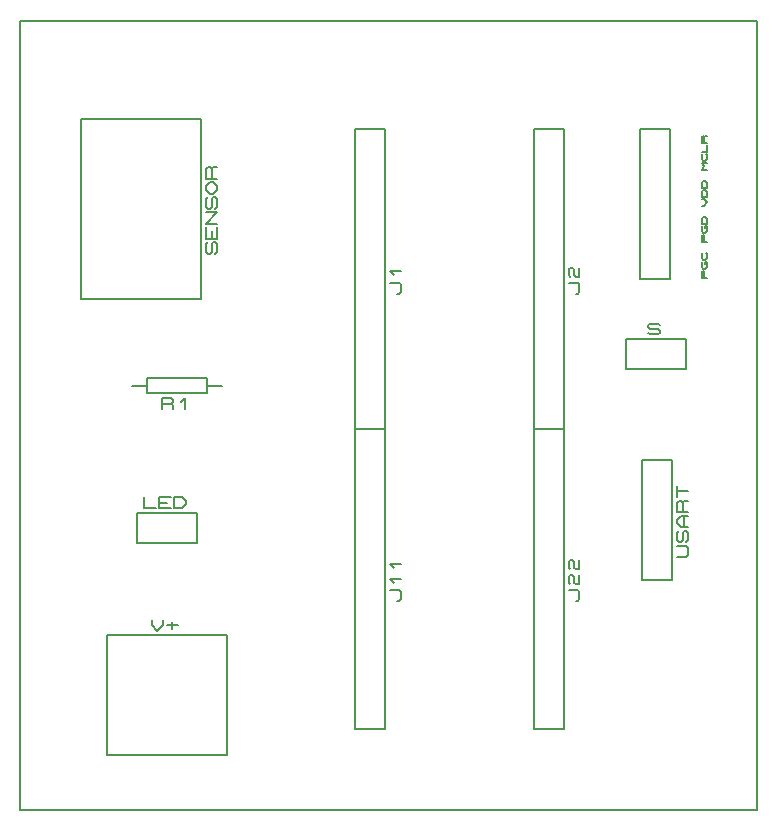
<source format=gbr>
G04 PROTEUS GERBER X2 FILE*
%TF.GenerationSoftware,Labcenter,Proteus,8.13-SP0-Build31525*%
%TF.CreationDate,2023-08-07T13:29:03+00:00*%
%TF.FileFunction,Legend,Top*%
%TF.FilePolarity,Positive*%
%TF.Part,Single*%
%TF.SameCoordinates,{815acf48-57e3-43f1-9c13-7170ba62ded0}*%
%FSLAX45Y45*%
%MOMM*%
G01*
%TA.AperFunction,Material*%
%ADD19C,0.203200*%
%TA.AperFunction,Profile*%
%ADD14C,0.203200*%
%TD.AperFunction*%
D19*
X+3073000Y+3347000D02*
X+3327000Y+3347000D01*
X+3327000Y+5887000D01*
X+3073000Y+5887000D01*
X+3073000Y+3347000D01*
X+3428600Y+4490000D02*
X+3443840Y+4490000D01*
X+3459080Y+4505875D01*
X+3459080Y+4569375D01*
X+3443840Y+4585250D01*
X+3367640Y+4585250D01*
X+3398120Y+4648750D02*
X+3367640Y+4680500D01*
X+3459080Y+4680500D01*
X+3073000Y+807000D02*
X+3327000Y+807000D01*
X+3327000Y+3347000D01*
X+3073000Y+3347000D01*
X+3073000Y+807000D01*
X+3428600Y+1886500D02*
X+3443840Y+1886500D01*
X+3459080Y+1902375D01*
X+3459080Y+1965875D01*
X+3443840Y+1981750D01*
X+3367640Y+1981750D01*
X+3398120Y+2045250D02*
X+3367640Y+2077000D01*
X+3459080Y+2077000D01*
X+3398120Y+2172250D02*
X+3367640Y+2204000D01*
X+3459080Y+2204000D01*
X+4583000Y+3347000D02*
X+4837000Y+3347000D01*
X+4837000Y+5887000D01*
X+4583000Y+5887000D01*
X+4583000Y+3347000D01*
X+4938600Y+4490000D02*
X+4953840Y+4490000D01*
X+4969080Y+4505875D01*
X+4969080Y+4569375D01*
X+4953840Y+4585250D01*
X+4877640Y+4585250D01*
X+4892880Y+4632875D02*
X+4877640Y+4648750D01*
X+4877640Y+4696375D01*
X+4892880Y+4712250D01*
X+4908120Y+4712250D01*
X+4923360Y+4696375D01*
X+4923360Y+4648750D01*
X+4938600Y+4632875D01*
X+4969080Y+4632875D01*
X+4969080Y+4712250D01*
X+4583000Y+807000D02*
X+4837000Y+807000D01*
X+4837000Y+3347000D01*
X+4583000Y+3347000D01*
X+4583000Y+807000D01*
X+4938600Y+1886500D02*
X+4953840Y+1886500D01*
X+4969080Y+1902375D01*
X+4969080Y+1965875D01*
X+4953840Y+1981750D01*
X+4877640Y+1981750D01*
X+4892880Y+2029375D02*
X+4877640Y+2045250D01*
X+4877640Y+2092875D01*
X+4892880Y+2108750D01*
X+4908120Y+2108750D01*
X+4923360Y+2092875D01*
X+4923360Y+2045250D01*
X+4938600Y+2029375D01*
X+4969080Y+2029375D01*
X+4969080Y+2108750D01*
X+4892880Y+2156375D02*
X+4877640Y+2172250D01*
X+4877640Y+2219875D01*
X+4892880Y+2235750D01*
X+4908120Y+2235750D01*
X+4923360Y+2219875D01*
X+4923360Y+2172250D01*
X+4938600Y+2156375D01*
X+4969080Y+2156375D01*
X+4969080Y+2235750D01*
X+5503000Y+2071000D02*
X+5757000Y+2071000D01*
X+5757000Y+3087000D01*
X+5503000Y+3087000D01*
X+5503000Y+2071000D01*
X+5797640Y+2261500D02*
X+5873840Y+2261500D01*
X+5889080Y+2277375D01*
X+5889080Y+2340875D01*
X+5873840Y+2356750D01*
X+5797640Y+2356750D01*
X+5873840Y+2388500D02*
X+5889080Y+2404375D01*
X+5889080Y+2467875D01*
X+5873840Y+2483750D01*
X+5858600Y+2483750D01*
X+5843360Y+2467875D01*
X+5843360Y+2404375D01*
X+5828120Y+2388500D01*
X+5812880Y+2388500D01*
X+5797640Y+2404375D01*
X+5797640Y+2467875D01*
X+5812880Y+2483750D01*
X+5889080Y+2515500D02*
X+5828120Y+2515500D01*
X+5797640Y+2547250D01*
X+5797640Y+2579000D01*
X+5828120Y+2610750D01*
X+5889080Y+2610750D01*
X+5858600Y+2515500D02*
X+5858600Y+2610750D01*
X+5889080Y+2642500D02*
X+5797640Y+2642500D01*
X+5797640Y+2721875D01*
X+5812880Y+2737750D01*
X+5828120Y+2737750D01*
X+5843360Y+2721875D01*
X+5843360Y+2642500D01*
X+5843360Y+2721875D02*
X+5858600Y+2737750D01*
X+5889080Y+2737750D01*
X+5797640Y+2769500D02*
X+5797640Y+2864750D01*
X+5797640Y+2817125D02*
X+5889080Y+2817125D01*
X+966000Y+1598000D02*
X+966000Y+582000D01*
X+1982000Y+1598000D02*
X+1982000Y+582000D01*
X+966000Y+582000D02*
X+1982000Y+582000D01*
X+966000Y+1598000D02*
X+1982000Y+1598000D01*
X+1347000Y+1730080D02*
X+1347000Y+1684360D01*
X+1394625Y+1638640D01*
X+1442250Y+1684360D01*
X+1442250Y+1730080D01*
X+1474000Y+1684360D02*
X+1569250Y+1684360D01*
X+1521625Y+1714840D02*
X+1521625Y+1653880D01*
X+1943000Y+3710000D02*
X+1816000Y+3710000D01*
X+1308000Y+3646500D02*
X+1816000Y+3646500D01*
X+1816000Y+3773500D01*
X+1308000Y+3773500D01*
X+1308000Y+3646500D01*
X+1308000Y+3710000D02*
X+1181000Y+3710000D01*
X+1435000Y+3514420D02*
X+1435000Y+3605860D01*
X+1514375Y+3605860D01*
X+1530250Y+3590620D01*
X+1530250Y+3575380D01*
X+1514375Y+3560140D01*
X+1435000Y+3560140D01*
X+1514375Y+3560140D02*
X+1530250Y+3544900D01*
X+1530250Y+3514420D01*
X+1593750Y+3575380D02*
X+1625500Y+3605860D01*
X+1625500Y+3514420D01*
X+1768000Y+5974000D02*
X+752000Y+5974000D01*
X+1768000Y+4450000D02*
X+752000Y+4450000D01*
X+752000Y+5974000D02*
X+752000Y+4450000D01*
X+1768000Y+4450000D02*
X+1768000Y+5974000D01*
X+1884840Y+4831000D02*
X+1900080Y+4846875D01*
X+1900080Y+4910375D01*
X+1884840Y+4926250D01*
X+1869600Y+4926250D01*
X+1854360Y+4910375D01*
X+1854360Y+4846875D01*
X+1839120Y+4831000D01*
X+1823880Y+4831000D01*
X+1808640Y+4846875D01*
X+1808640Y+4910375D01*
X+1823880Y+4926250D01*
X+1900080Y+5053250D02*
X+1900080Y+4958000D01*
X+1808640Y+4958000D01*
X+1808640Y+5053250D01*
X+1854360Y+4958000D02*
X+1854360Y+5021500D01*
X+1900080Y+5085000D02*
X+1808640Y+5085000D01*
X+1900080Y+5180250D01*
X+1808640Y+5180250D01*
X+1884840Y+5212000D02*
X+1900080Y+5227875D01*
X+1900080Y+5291375D01*
X+1884840Y+5307250D01*
X+1869600Y+5307250D01*
X+1854360Y+5291375D01*
X+1854360Y+5227875D01*
X+1839120Y+5212000D01*
X+1823880Y+5212000D01*
X+1808640Y+5227875D01*
X+1808640Y+5291375D01*
X+1823880Y+5307250D01*
X+1839120Y+5339000D02*
X+1808640Y+5370750D01*
X+1808640Y+5402500D01*
X+1839120Y+5434250D01*
X+1869600Y+5434250D01*
X+1900080Y+5402500D01*
X+1900080Y+5370750D01*
X+1869600Y+5339000D01*
X+1839120Y+5339000D01*
X+1900080Y+5466000D02*
X+1808640Y+5466000D01*
X+1808640Y+5545375D01*
X+1823880Y+5561250D01*
X+1839120Y+5561250D01*
X+1854360Y+5545375D01*
X+1854360Y+5466000D01*
X+1854360Y+5545375D02*
X+1869600Y+5561250D01*
X+1900080Y+5561250D01*
D14*
X+230000Y+120000D02*
X+6470000Y+120000D01*
X+6470000Y+6800000D01*
X+230000Y+6800000D01*
X+230000Y+120000D01*
D19*
X+1223000Y+2383000D02*
X+1731000Y+2383000D01*
X+1731000Y+2637000D01*
X+1223000Y+2637000D01*
X+1223000Y+2383000D01*
X+1286500Y+2769080D02*
X+1286500Y+2677640D01*
X+1381750Y+2677640D01*
X+1508750Y+2677640D02*
X+1413500Y+2677640D01*
X+1413500Y+2769080D01*
X+1508750Y+2769080D01*
X+1413500Y+2723360D02*
X+1477000Y+2723360D01*
X+1540500Y+2677640D02*
X+1540500Y+2769080D01*
X+1604000Y+2769080D01*
X+1635750Y+2738600D01*
X+1635750Y+2708120D01*
X+1604000Y+2677640D01*
X+1540500Y+2677640D01*
X+5483000Y+4617000D02*
X+5737000Y+4617000D01*
X+5737000Y+5887000D01*
X+5483000Y+5887000D01*
X+5483000Y+4617000D01*
X+6049556Y+4625736D02*
X+6003836Y+4625736D01*
X+6003836Y+4673361D01*
X+6011456Y+4682886D01*
X+6019076Y+4682886D01*
X+6026696Y+4673361D01*
X+6026696Y+4625736D01*
X+6034316Y+4740036D02*
X+6034316Y+4759086D01*
X+6049556Y+4759086D01*
X+6049556Y+4720986D01*
X+6034316Y+4701936D01*
X+6019076Y+4701936D01*
X+6003836Y+4720986D01*
X+6003836Y+4749561D01*
X+6011456Y+4759086D01*
X+6041936Y+4835286D02*
X+6049556Y+4825761D01*
X+6049556Y+4797186D01*
X+6034316Y+4778136D01*
X+6019076Y+4778136D01*
X+6003836Y+4797186D01*
X+6003836Y+4825761D01*
X+6011456Y+4835286D01*
X+6049556Y+4930536D02*
X+6003836Y+4930536D01*
X+6003836Y+4978161D01*
X+6011456Y+4987686D01*
X+6019076Y+4987686D01*
X+6026696Y+4978161D01*
X+6026696Y+4930536D01*
X+6034316Y+5044836D02*
X+6034316Y+5063886D01*
X+6049556Y+5063886D01*
X+6049556Y+5025786D01*
X+6034316Y+5006736D01*
X+6019076Y+5006736D01*
X+6003836Y+5025786D01*
X+6003836Y+5054361D01*
X+6011456Y+5063886D01*
X+6049556Y+5082936D02*
X+6003836Y+5082936D01*
X+6003836Y+5121036D01*
X+6019076Y+5140086D01*
X+6034316Y+5140086D01*
X+6049556Y+5121036D01*
X+6049556Y+5082936D01*
X+6003836Y+5235336D02*
X+6026696Y+5235336D01*
X+6049556Y+5263911D01*
X+6026696Y+5292486D01*
X+6003836Y+5292486D01*
X+6049556Y+5311536D02*
X+6003836Y+5311536D01*
X+6003836Y+5349636D01*
X+6019076Y+5368686D01*
X+6034316Y+5368686D01*
X+6049556Y+5349636D01*
X+6049556Y+5311536D01*
X+6049556Y+5387736D02*
X+6003836Y+5387736D01*
X+6003836Y+5425836D01*
X+6019076Y+5444886D01*
X+6034316Y+5444886D01*
X+6049556Y+5425836D01*
X+6049556Y+5387736D01*
X+6049556Y+5540136D02*
X+6003836Y+5540136D01*
X+6026696Y+5568711D01*
X+6003836Y+5597286D01*
X+6049556Y+5597286D01*
X+6041936Y+5673486D02*
X+6049556Y+5663961D01*
X+6049556Y+5635386D01*
X+6034316Y+5616336D01*
X+6019076Y+5616336D01*
X+6003836Y+5635386D01*
X+6003836Y+5663961D01*
X+6011456Y+5673486D01*
X+6003836Y+5692536D02*
X+6049556Y+5692536D01*
X+6049556Y+5749686D01*
X+6049556Y+5768736D02*
X+6003836Y+5768736D01*
X+6003836Y+5816361D01*
X+6011456Y+5825886D01*
X+6019076Y+5825886D01*
X+6026696Y+5816361D01*
X+6026696Y+5768736D01*
X+6026696Y+5816361D02*
X+6034316Y+5825886D01*
X+6049556Y+5825886D01*
X+5363000Y+3853000D02*
X+5871000Y+3853000D01*
X+5871000Y+4107000D01*
X+5363000Y+4107000D01*
X+5363000Y+3853000D01*
X+5553500Y+4162880D02*
X+5569375Y+4147640D01*
X+5632875Y+4147640D01*
X+5648750Y+4162880D01*
X+5648750Y+4178120D01*
X+5632875Y+4193360D01*
X+5569375Y+4193360D01*
X+5553500Y+4208600D01*
X+5553500Y+4223840D01*
X+5569375Y+4239080D01*
X+5632875Y+4239080D01*
X+5648750Y+4223840D01*
M02*

</source>
